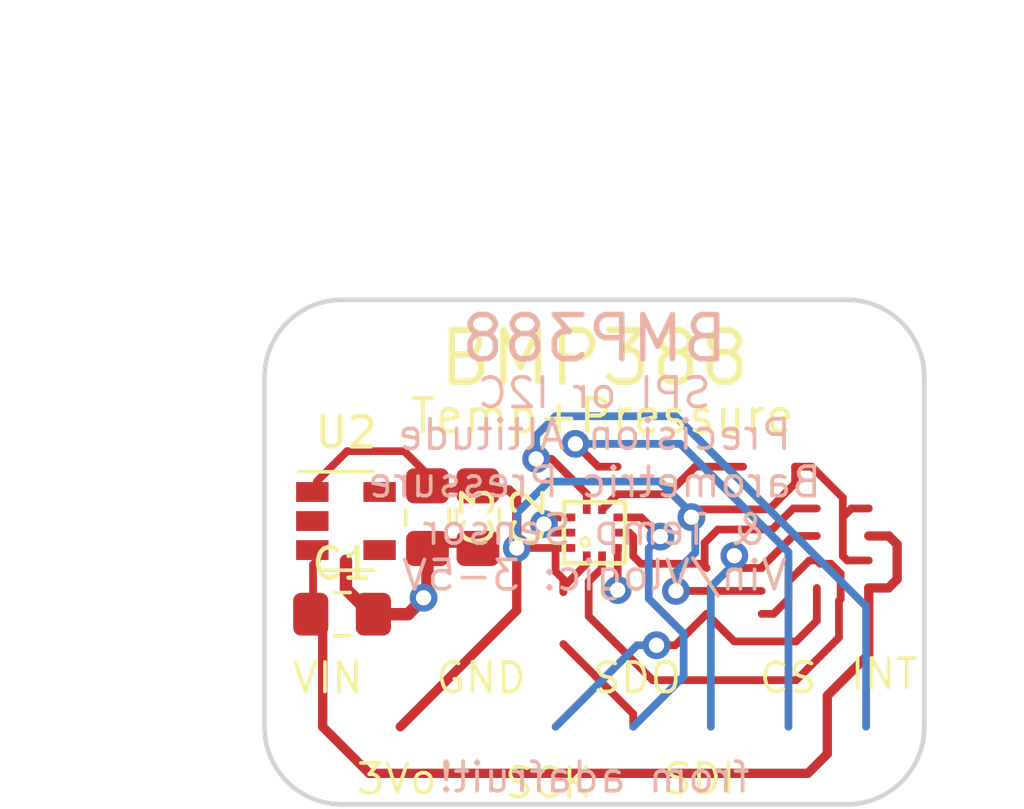
<source format=kicad_pcb>
(kicad_pcb (version 20171130) (host pcbnew 5.0.2-bee76a0~70~ubuntu18.04.1)

  (general
    (thickness 1.6)
    (drawings 28)
    (tracks 166)
    (zones 0)
    (modules 5)
    (nets 9)
  )

  (page A4)
  (layers
    (0 Top signal)
    (31 Bottom signal)
    (32 B.Adhes user)
    (33 F.Adhes user)
    (34 B.Paste user)
    (35 F.Paste user)
    (36 B.SilkS user)
    (37 F.SilkS user)
    (38 B.Mask user)
    (39 F.Mask user)
    (40 Dwgs.User user)
    (41 Cmts.User user)
    (42 Eco1.User user)
    (43 Eco2.User user)
    (44 Edge.Cuts user)
    (45 Margin user)
    (46 B.CrtYd user)
    (47 F.CrtYd user)
    (48 B.Fab user)
    (49 F.Fab user)
  )

  (setup
    (last_trace_width 0.25)
    (trace_clearance 0.2)
    (zone_clearance 0.508)
    (zone_45_only no)
    (trace_min 0.2)
    (segment_width 0.2)
    (edge_width 0.15)
    (via_size 0.8)
    (via_drill 0.4)
    (via_min_size 0.4)
    (via_min_drill 0.3)
    (uvia_size 0.3)
    (uvia_drill 0.1)
    (uvias_allowed no)
    (uvia_min_size 0.2)
    (uvia_min_drill 0.1)
    (pcb_text_width 0.3)
    (pcb_text_size 1.5 1.5)
    (mod_edge_width 0.15)
    (mod_text_size 1 1)
    (mod_text_width 0.15)
    (pad_size 1.524 1.524)
    (pad_drill 0.762)
    (pad_to_mask_clearance 0.051)
    (solder_mask_min_width 0.25)
    (aux_axis_origin 0 0)
    (visible_elements FFFFFF7F)
    (pcbplotparams
      (layerselection 0x010fc_ffffffff)
      (usegerberextensions false)
      (usegerberattributes false)
      (usegerberadvancedattributes false)
      (creategerberjobfile false)
      (excludeedgelayer true)
      (linewidth 0.100000)
      (plotframeref false)
      (viasonmask false)
      (mode 1)
      (useauxorigin false)
      (hpglpennumber 1)
      (hpglpenspeed 20)
      (hpglpendiameter 15.000000)
      (psnegative false)
      (psa4output false)
      (plotreference true)
      (plotvalue true)
      (plotinvisibletext false)
      (padsonsilk false)
      (subtractmaskfromsilk false)
      (outputformat 1)
      (mirror false)
      (drillshape 1)
      (scaleselection 1)
      (outputdirectory ""))
  )

  (net 0 "")
  (net 1 GND)
  (net 2 3.3V)
  (net 3 VIN)
  (net 4 "Net-(U2-Pad4)")
  (net 5 /SDO/ADR)
  (net 6 /CS)
  (net 7 /SDI/SDA)
  (net 8 /SCK/SCL)

  (net_class Default "This is the default net class."
    (clearance 0.2)
    (trace_width 0.25)
    (via_dia 0.8)
    (via_drill 0.4)
    (uvia_dia 0.3)
    (uvia_drill 0.1)
    (add_net /CS)
    (add_net /SCK/SCL)
    (add_net /SDI/SDA)
    (add_net /SDO/ADR)
    (add_net 3.3V)
    (add_net GND)
    (add_net "Net-(U2-Pad4)")
    (add_net VIN)
  )

  (module "Adafruit BMP388:BMP388" (layer Top) (tedit 0) (tstamp 5CEB0FD9)
    (at 148.5011 104.3686 180)
    (path /7C8C299E06F92037)
    (fp_text reference IC1 (at 0 0 180) (layer F.SilkS) hide
      (effects (font (size 1.27 1.27) (thickness 0.15)) (justify right top))
    )
    (fp_text value BMP388 (at 0 0 180) (layer F.SilkS) hide
      (effects (font (size 1.27 1.27) (thickness 0.15)) (justify right top))
    )
    (fp_circle (center 0.3 -0.3) (end 0.441418 -0.3) (layer F.SilkS) (width 0.1016))
    (fp_line (start -1 1) (end -1 -1) (layer F.SilkS) (width 0.1524))
    (fp_line (start 1 1) (end -1 1) (layer F.SilkS) (width 0.1524))
    (fp_line (start 1 -1) (end 1 1) (layer F.SilkS) (width 0.1524))
    (fp_line (start -1 -1) (end 1 -1) (layer F.SilkS) (width 0.1524))
    (pad 1 smd rect (at 0.25 -0.75) (size 0.25 0.275) (layers Top F.Paste F.Mask)
      (net 2 3.3V) (solder_mask_margin 0.0508))
    (pad 2 smd rect (at -0.25 -0.75) (size 0.25 0.275) (layers Top F.Paste F.Mask)
      (solder_mask_margin 0.0508))
    (pad 5 smd rect (at -0.7625 0.5 270) (size 0.25 0.275) (layers Top F.Paste F.Mask)
      (solder_mask_margin 0.0508))
    (pad 4 smd rect (at -0.7625 0 270) (size 0.25 0.275) (layers Top F.Paste F.Mask)
      (solder_mask_margin 0.0508))
    (pad 3 smd rect (at -0.7625 -0.5 270) (size 0.25 0.275) (layers Top F.Paste F.Mask)
      (net 1 GND) (solder_mask_margin 0.0508))
    (pad 8 smd rect (at 0.7625 0.5 270) (size 0.25 0.275) (layers Top F.Paste F.Mask)
      (net 1 GND) (solder_mask_margin 0.0508))
    (pad 10 smd rect (at 0.7625 -0.5 270) (size 0.25 0.275) (layers Top F.Paste F.Mask)
      (net 2 3.3V) (solder_mask_margin 0.0508))
    (pad 9 smd rect (at 0.7625 0 270) (size 0.25 0.275) (layers Top F.Paste F.Mask)
      (net 1 GND) (solder_mask_margin 0.0508))
    (pad 7 smd rect (at 0.25 0.75) (size 0.25 0.275) (layers Top F.Paste F.Mask)
      (solder_mask_margin 0.0508))
    (pad 6 smd rect (at -0.25 0.75) (size 0.25 0.275) (layers Top F.Paste F.Mask)
      (net 2 3.3V) (solder_mask_margin 0.0508))
  )

  (module Capacitor_SMD:C_0805_2012Metric_Pad1.15x1.40mm_HandSolder (layer Top) (tedit 5B36C52B) (tstamp 5CF7FC30)
    (at 140.2461 107.0356)
    (descr "Capacitor SMD 0805 (2012 Metric), square (rectangular) end terminal, IPC_7351 nominal with elongated pad for handsoldering. (Body size source: https://docs.google.com/spreadsheets/d/1BsfQQcO9C6DZCsRaXUlFlo91Tg2WpOkGARC1WS5S8t0/edit?usp=sharing), generated with kicad-footprint-generator")
    (tags "capacitor handsolder")
    (path /23009AF2D1512118)
    (attr smd)
    (fp_text reference C1 (at 0 -1.65) (layer F.SilkS)
      (effects (font (size 1 1) (thickness 0.15)))
    )
    (fp_text value 10uF (at 0 1.65) (layer F.Fab)
      (effects (font (size 1 1) (thickness 0.15)))
    )
    (fp_text user %R (at 0 0) (layer F.Fab)
      (effects (font (size 0.5 0.5) (thickness 0.08)))
    )
    (fp_line (start 1.85 0.95) (end -1.85 0.95) (layer F.CrtYd) (width 0.05))
    (fp_line (start 1.85 -0.95) (end 1.85 0.95) (layer F.CrtYd) (width 0.05))
    (fp_line (start -1.85 -0.95) (end 1.85 -0.95) (layer F.CrtYd) (width 0.05))
    (fp_line (start -1.85 0.95) (end -1.85 -0.95) (layer F.CrtYd) (width 0.05))
    (fp_line (start -0.261252 0.71) (end 0.261252 0.71) (layer F.SilkS) (width 0.12))
    (fp_line (start -0.261252 -0.71) (end 0.261252 -0.71) (layer F.SilkS) (width 0.12))
    (fp_line (start 1 0.6) (end -1 0.6) (layer F.Fab) (width 0.1))
    (fp_line (start 1 -0.6) (end 1 0.6) (layer F.Fab) (width 0.1))
    (fp_line (start -1 -0.6) (end 1 -0.6) (layer F.Fab) (width 0.1))
    (fp_line (start -1 0.6) (end -1 -0.6) (layer F.Fab) (width 0.1))
    (pad 2 smd roundrect (at 1.025 0) (size 1.15 1.4) (layers Top F.Paste F.Mask) (roundrect_rratio 0.217391)
      (net 1 GND))
    (pad 1 smd roundrect (at -1.025 0) (size 1.15 1.4) (layers Top F.Paste F.Mask) (roundrect_rratio 0.217391)
      (net 3 VIN))
    (model ${KISYS3DMOD}/Capacitor_SMD.3dshapes/C_0805_2012Metric.wrl
      (at (xyz 0 0 0))
      (scale (xyz 1 1 1))
      (rotate (xyz 0 0 0))
    )
  )

  (module Capacitor_SMD:C_0805_2012Metric_Pad1.15x1.40mm_HandSolder (layer Top) (tedit 5B36C52B) (tstamp 5CF7FC40)
    (at 144.6911 103.8606 270)
    (descr "Capacitor SMD 0805 (2012 Metric), square (rectangular) end terminal, IPC_7351 nominal with elongated pad for handsoldering. (Body size source: https://docs.google.com/spreadsheets/d/1BsfQQcO9C6DZCsRaXUlFlo91Tg2WpOkGARC1WS5S8t0/edit?usp=sharing), generated with kicad-footprint-generator")
    (tags "capacitor handsolder")
    (path /4ED27554B94C3227)
    (attr smd)
    (fp_text reference C2 (at 0 -1.65 270) (layer F.SilkS)
      (effects (font (size 1 1) (thickness 0.15)))
    )
    (fp_text value 0.1uF (at 0 1.65 270) (layer F.Fab)
      (effects (font (size 1 1) (thickness 0.15)))
    )
    (fp_line (start -1 0.6) (end -1 -0.6) (layer F.Fab) (width 0.1))
    (fp_line (start -1 -0.6) (end 1 -0.6) (layer F.Fab) (width 0.1))
    (fp_line (start 1 -0.6) (end 1 0.6) (layer F.Fab) (width 0.1))
    (fp_line (start 1 0.6) (end -1 0.6) (layer F.Fab) (width 0.1))
    (fp_line (start -0.261252 -0.71) (end 0.261252 -0.71) (layer F.SilkS) (width 0.12))
    (fp_line (start -0.261252 0.71) (end 0.261252 0.71) (layer F.SilkS) (width 0.12))
    (fp_line (start -1.85 0.95) (end -1.85 -0.95) (layer F.CrtYd) (width 0.05))
    (fp_line (start -1.85 -0.95) (end 1.85 -0.95) (layer F.CrtYd) (width 0.05))
    (fp_line (start 1.85 -0.95) (end 1.85 0.95) (layer F.CrtYd) (width 0.05))
    (fp_line (start 1.85 0.95) (end -1.85 0.95) (layer F.CrtYd) (width 0.05))
    (fp_text user %R (at 0 0 270) (layer F.Fab)
      (effects (font (size 0.5 0.5) (thickness 0.08)))
    )
    (pad 1 smd roundrect (at -1.025 0 270) (size 1.15 1.4) (layers Top F.Paste F.Mask) (roundrect_rratio 0.217391)
      (net 2 3.3V))
    (pad 2 smd roundrect (at 1.025 0 270) (size 1.15 1.4) (layers Top F.Paste F.Mask) (roundrect_rratio 0.217391)
      (net 1 GND))
    (model ${KISYS3DMOD}/Capacitor_SMD.3dshapes/C_0805_2012Metric.wrl
      (at (xyz 0 0 0))
      (scale (xyz 1 1 1))
      (rotate (xyz 0 0 0))
    )
  )

  (module Capacitor_SMD:C_0805_2012Metric_Pad1.15x1.40mm_HandSolder (layer Top) (tedit 5B36C52B) (tstamp 5CF7FC50)
    (at 143.0401 103.8606 270)
    (descr "Capacitor SMD 0805 (2012 Metric), square (rectangular) end terminal, IPC_7351 nominal with elongated pad for handsoldering. (Body size source: https://docs.google.com/spreadsheets/d/1BsfQQcO9C6DZCsRaXUlFlo91Tg2WpOkGARC1WS5S8t0/edit?usp=sharing), generated with kicad-footprint-generator")
    (tags "capacitor handsolder")
    (path /BCDE55D9FA3B87C3)
    (attr smd)
    (fp_text reference C3 (at 0 -1.65 270) (layer F.SilkS)
      (effects (font (size 1 1) (thickness 0.15)))
    )
    (fp_text value 10uF (at 0 1.65 270) (layer F.Fab)
      (effects (font (size 1 1) (thickness 0.15)))
    )
    (fp_line (start -1 0.6) (end -1 -0.6) (layer F.Fab) (width 0.1))
    (fp_line (start -1 -0.6) (end 1 -0.6) (layer F.Fab) (width 0.1))
    (fp_line (start 1 -0.6) (end 1 0.6) (layer F.Fab) (width 0.1))
    (fp_line (start 1 0.6) (end -1 0.6) (layer F.Fab) (width 0.1))
    (fp_line (start -0.261252 -0.71) (end 0.261252 -0.71) (layer F.SilkS) (width 0.12))
    (fp_line (start -0.261252 0.71) (end 0.261252 0.71) (layer F.SilkS) (width 0.12))
    (fp_line (start -1.85 0.95) (end -1.85 -0.95) (layer F.CrtYd) (width 0.05))
    (fp_line (start -1.85 -0.95) (end 1.85 -0.95) (layer F.CrtYd) (width 0.05))
    (fp_line (start 1.85 -0.95) (end 1.85 0.95) (layer F.CrtYd) (width 0.05))
    (fp_line (start 1.85 0.95) (end -1.85 0.95) (layer F.CrtYd) (width 0.05))
    (fp_text user %R (at 0 0 270) (layer F.Fab)
      (effects (font (size 0.5 0.5) (thickness 0.08)))
    )
    (pad 1 smd roundrect (at -1.025 0 270) (size 1.15 1.4) (layers Top F.Paste F.Mask) (roundrect_rratio 0.217391)
      (net 2 3.3V))
    (pad 2 smd roundrect (at 1.025 0 270) (size 1.15 1.4) (layers Top F.Paste F.Mask) (roundrect_rratio 0.217391)
      (net 1 GND))
    (model ${KISYS3DMOD}/Capacitor_SMD.3dshapes/C_0805_2012Metric.wrl
      (at (xyz 0 0 0))
      (scale (xyz 1 1 1))
      (rotate (xyz 0 0 0))
    )
  )

  (module Package_TO_SOT_SMD:SOT-23-5 (layer Top) (tedit 5A02FF57) (tstamp 5CF7FC60)
    (at 140.3731 103.9876)
    (descr "5-pin SOT23 package")
    (tags SOT-23-5)
    (path /8DB0DD7560D488E9)
    (attr smd)
    (fp_text reference U2 (at 0 -2.9) (layer F.SilkS)
      (effects (font (size 1 1) (thickness 0.15)))
    )
    (fp_text value MIC5225-3.3 (at 0 2.9) (layer F.Fab)
      (effects (font (size 1 1) (thickness 0.15)))
    )
    (fp_text user %R (at 0 0 90) (layer F.Fab)
      (effects (font (size 0.5 0.5) (thickness 0.075)))
    )
    (fp_line (start -0.9 1.61) (end 0.9 1.61) (layer F.SilkS) (width 0.12))
    (fp_line (start 0.9 -1.61) (end -1.55 -1.61) (layer F.SilkS) (width 0.12))
    (fp_line (start -1.9 -1.8) (end 1.9 -1.8) (layer F.CrtYd) (width 0.05))
    (fp_line (start 1.9 -1.8) (end 1.9 1.8) (layer F.CrtYd) (width 0.05))
    (fp_line (start 1.9 1.8) (end -1.9 1.8) (layer F.CrtYd) (width 0.05))
    (fp_line (start -1.9 1.8) (end -1.9 -1.8) (layer F.CrtYd) (width 0.05))
    (fp_line (start -0.9 -0.9) (end -0.25 -1.55) (layer F.Fab) (width 0.1))
    (fp_line (start 0.9 -1.55) (end -0.25 -1.55) (layer F.Fab) (width 0.1))
    (fp_line (start -0.9 -0.9) (end -0.9 1.55) (layer F.Fab) (width 0.1))
    (fp_line (start 0.9 1.55) (end -0.9 1.55) (layer F.Fab) (width 0.1))
    (fp_line (start 0.9 -1.55) (end 0.9 1.55) (layer F.Fab) (width 0.1))
    (pad 1 smd rect (at -1.1 -0.95) (size 1.06 0.65) (layers Top F.Paste F.Mask)
      (net 3 VIN))
    (pad 2 smd rect (at -1.1 0) (size 1.06 0.65) (layers Top F.Paste F.Mask)
      (net 1 GND))
    (pad 3 smd rect (at -1.1 0.95) (size 1.06 0.65) (layers Top F.Paste F.Mask)
      (net 3 VIN))
    (pad 4 smd rect (at 1.1 0.95) (size 1.06 0.65) (layers Top F.Paste F.Mask)
      (net 4 "Net-(U2-Pad4)"))
    (pad 5 smd rect (at 1.1 -0.95) (size 1.06 0.65) (layers Top F.Paste F.Mask)
      (net 2 3.3V))
    (model ${KISYS3DMOD}/Package_TO_SOT_SMD.3dshapes/SOT-23-5.wrl
      (at (xyz 0 0 0))
      (scale (xyz 1 1 1))
      (rotate (xyz 0 0 0))
    )
  )

  (gr_line (start 140.2461 96.7486) (end 156.7561 96.7486) (layer Edge.Cuts) (width 0.15) (tstamp 55B9C9399870))
  (gr_arc (start 156.7561 99.2886) (end 156.7561 96.7486) (angle 90) (layer Edge.Cuts) (width 0.15) (tstamp 55B9C9382AA0))
  (gr_line (start 159.2961 99.2886) (end 159.2961 110.7186) (layer Edge.Cuts) (width 0.15) (tstamp 55B9C9382FC0))
  (gr_arc (start 156.7561 110.7186) (end 159.2961 110.7186) (angle 90) (layer Edge.Cuts) (width 0.15) (tstamp 55B9C9383440))
  (gr_line (start 156.7561 113.2586) (end 140.2461 113.2586) (layer Edge.Cuts) (width 0.15) (tstamp 55B9C9383940))
  (gr_arc (start 140.2461 110.7186) (end 140.2461 113.2586) (angle 90) (layer Edge.Cuts) (width 0.15) (tstamp 55B9C928AAC0))
  (gr_line (start 137.7061 110.7186) (end 137.7061 99.2886) (layer Edge.Cuts) (width 0.15) (tstamp 55B9C928AFA0))
  (gr_arc (start 140.2461 99.2886) (end 137.7061 99.2886) (angle 90) (layer Edge.Cuts) (width 0.15) (tstamp 55B9C928B3E0))
  (gr_text BMP388 (at 148.5011 98.6536) (layer F.SilkS) (tstamp 55B9C928BA30)
    (effects (font (size 1.6891 1.6891) (thickness 0.21336)))
  )
  (gr_text "Precision Altitude\nBarometric Pressure\n& Temp Sensor" (at 148.5011 102.7176) (layer B.SilkS) (tstamp 55B9C8CEBDE0)
    (effects (font (size 0.9652 0.9652) (thickness 0.12192)) (justify mirror))
  )
  (gr_text "Vin/Vlogic: 3-5V" (at 148.5011 105.7656) (layer B.SilkS) (tstamp 55B9C8CEC670)
    (effects (font (size 0.9652 0.9652) (thickness 0.12192)) (justify mirror))
  )
  (gr_text "from adafruit!" (at 148.5011 112.3696) (layer B.SilkS) (tstamp 55B9C906ED20)
    (effects (font (size 0.9652 0.9652) (thickness 0.12192)) (justify mirror))
  )
  (gr_text VIN (at 141.0081 108.5596) (layer F.SilkS) (tstamp 55B9C906F460)
    (effects (font (size 0.9652 0.9652) (thickness 0.12192)) (justify right top))
  )
  (gr_text 3Vo (at 143.4211 111.8616) (layer F.SilkS) (tstamp 55B9C906FA90)
    (effects (font (size 0.9652 0.9652) (thickness 0.12192)) (justify right top))
  )
  (gr_text GND (at 146.3421 108.5596) (layer F.SilkS) (tstamp 55B9C934B770)
    (effects (font (size 0.9652 0.9652) (thickness 0.12192)) (justify right top))
  )
  (gr_text SCK (at 148.5011 111.9886) (layer F.SilkS) (tstamp 55B9C934BDA0)
    (effects (font (size 0.9652 0.9652) (thickness 0.12192)) (justify right top))
  )
  (gr_text SDO (at 151.4221 108.5596) (layer F.SilkS) (tstamp 55B9C934C3E0)
    (effects (font (size 0.9652 0.9652) (thickness 0.12192)) (justify right top))
  )
  (gr_text SDI (at 153.2001 111.8616) (layer F.SilkS) (tstamp 55B9C930C370)
    (effects (font (size 0.9652 0.9652) (thickness 0.12192)) (justify right top))
  )
  (gr_text CS (at 155.8671 108.5596) (layer F.SilkS) (tstamp 55B9C930C9B0)
    (effects (font (size 0.9652 0.9652) (thickness 0.12192)) (justify right top))
  )
  (gr_text "SPI or I2C" (at 148.5011 99.7966) (layer B.SilkS) (tstamp 55B9C930CFF0)
    (effects (font (size 0.9652 0.9652) (thickness 0.12192)) (justify mirror))
  )
  (gr_text BMP388 (at 148.5011 98.0186) (layer B.SilkS) (tstamp 55B9C909F2F0)
    (effects (font (size 1.4478 1.4478) (thickness 0.18288)) (justify mirror))
  )
  (dimension 12.7 (width 0.3) (layer Dwgs.User)
    (gr_text "12.700 mm" (at 146.5961 91.3466) (layer Dwgs.User)
      (effects (font (size 1.5 1.5) (thickness 0.3)))
    )
    (feature1 (pts (xy 152.9461 96.7486) (xy 152.9461 92.860179)))
    (feature2 (pts (xy 140.2461 96.7486) (xy 140.2461 92.860179)))
    (crossbar (pts (xy 140.2461 93.4466) (xy 152.9461 93.4466)))
    (arrow1a (pts (xy 152.9461 93.4466) (xy 151.819596 94.033021)))
    (arrow1b (pts (xy 152.9461 93.4466) (xy 151.819596 92.860179)))
    (arrow2a (pts (xy 140.2461 93.4466) (xy 141.372604 94.033021)))
    (arrow2b (pts (xy 140.2461 93.4466) (xy 141.372604 92.860179)))
  )
  (dimension 17.78 (width 0.3) (layer Dwgs.User)
    (gr_text "17.780 mm" (at 146.5961 88.0446) (layer Dwgs.User)
      (effects (font (size 1.5 1.5) (thickness 0.3)))
    )
    (feature1 (pts (xy 155.4861 99.0346) (xy 155.4861 89.558179)))
    (feature2 (pts (xy 137.7061 99.0346) (xy 137.7061 89.558179)))
    (crossbar (pts (xy 137.7061 90.1446) (xy 155.4861 90.1446)))
    (arrow1a (pts (xy 155.4861 90.1446) (xy 154.359596 90.731021)))
    (arrow1b (pts (xy 155.4861 90.1446) (xy 154.359596 89.558179)))
    (arrow2a (pts (xy 137.7061 90.1446) (xy 138.832604 90.731021)))
    (arrow2b (pts (xy 137.7061 90.1446) (xy 138.832604 89.558179)))
  )
  (dimension 16.51 (width 0.3) (layer Dwgs.User)
    (gr_text "16.510 mm" (at 160.6341 105.0036 90) (layer Dwgs.User)
      (effects (font (size 1.5 1.5) (thickness 0.3)))
    )
    (feature1 (pts (xy 151.0411 96.7486) (xy 159.120521 96.7486)))
    (feature2 (pts (xy 151.0411 113.2586) (xy 159.120521 113.2586)))
    (crossbar (pts (xy 158.5341 113.2586) (xy 158.5341 96.7486)))
    (arrow1a (pts (xy 158.5341 96.7486) (xy 159.120521 97.875104)))
    (arrow1b (pts (xy 158.5341 96.7486) (xy 157.947679 97.875104)))
    (arrow2a (pts (xy 158.5341 113.2586) (xy 159.120521 112.132096)))
    (arrow2b (pts (xy 158.5341 113.2586) (xy 157.947679 112.132096)))
  )
  (dimension 2.54 (width 0.3) (layer Dwgs.User)
    (gr_text "2.540 mm" (at 134.5901 111.9886 90) (layer Dwgs.User)
      (effects (font (size 1.5 1.5) (thickness 0.3)))
    )
    (feature1 (pts (xy 146.5961 110.7186) (xy 136.103679 110.7186)))
    (feature2 (pts (xy 146.5961 113.2586) (xy 136.103679 113.2586)))
    (crossbar (pts (xy 136.6901 113.2586) (xy 136.6901 110.7186)))
    (arrow1a (pts (xy 136.6901 110.7186) (xy 137.276521 111.845104)))
    (arrow1b (pts (xy 136.6901 110.7186) (xy 136.103679 111.845104)))
    (arrow2a (pts (xy 136.6901 113.2586) (xy 137.276521 112.132096)))
    (arrow2b (pts (xy 136.6901 113.2586) (xy 136.103679 112.132096)))
  )
  (dimension 2.286 (width 0.3) (layer Dwgs.User)
    (gr_text "2.286 mm" (at 134.5901 99.2886 90) (layer Dwgs.User)
      (effects (font (size 1.5 1.5) (thickness 0.3)))
    )
    (feature1 (pts (xy 140.2461 98.1456) (xy 136.103679 98.1456)))
    (feature2 (pts (xy 140.2461 100.4316) (xy 136.103679 100.4316)))
    (crossbar (pts (xy 136.6901 100.4316) (xy 136.6901 98.1456)))
    (arrow1a (pts (xy 136.6901 98.1456) (xy 137.276521 99.272104)))
    (arrow1b (pts (xy 136.6901 98.1456) (xy 136.103679 99.272104)))
    (arrow2a (pts (xy 136.6901 100.4316) (xy 137.276521 99.305096)))
    (arrow2b (pts (xy 136.6901 100.4316) (xy 136.103679 99.305096)))
  )
  (gr_text Temp+Pressure (at 148.7551 100.5586) (layer F.SilkS) (tstamp 55B9C9107550)
    (effects (font (size 1.08585 1.08585) (thickness 0.13716)))
  )
  (gr_text INT (at 159.1691 108.4326) (layer F.SilkS) (tstamp 55B9C9107C00)
    (effects (font (size 0.9652 0.9652) (thickness 0.12192)) (justify right top))
  )

  (via (at 146.8501 104.0852) (size 0.9064) (drill 0.5) (layers Top Bottom) (net 1) (tstamp 55B9C8A8A800))
  (segment (start 147.7386 103.8686) (end 147.0667 103.8686) (width 0.254) (layer Top) (net 1) (tstamp 55B9C8A8ABC0) (status 10))
  (segment (start 147.0667 103.8686) (end 146.8501 104.0852) (width 0.254) (layer Top) (net 1) (tstamp 55B9C8A8B0B0))
  (segment (start 147.7386 104.3686) (end 147.1335 104.3686) (width 0.254) (layer Top) (net 1) (tstamp 55B9C8A8B570) (status 10))
  (segment (start 147.1335 104.3686) (end 146.8501 104.0852) (width 0.254) (layer Top) (net 1) (tstamp 55B9C8A8BA30))
  (via (at 149.2631 106.2442) (size 0.9064) (drill 0.5) (layers Top Bottom) (net 1) (tstamp 55B9C8A8BEF0))
  (segment (start 149.2636 104.8686) (end 149.2636 106.2437) (width 0.254) (layer Top) (net 1) (tstamp 55B9C8A8C230) (status 10))
  (segment (start 149.2636 106.2437) (end 149.2631 106.2442) (width 0.254) (layer Top) (net 1) (tstamp 55B9C8A8C730))
  (segment (start 140.3731 105.2877) (end 140.3731 106.2126) (width 0.4064) (layer Top) (net 1) (tstamp 55B9C8A8CC10))
  (segment (start 140.3731 106.2126) (end 141.1961 107.0356) (width 0.4064) (layer Top) (net 1) (tstamp 55B9C8A8D0A0) (status 20))
  (segment (start 141.1961 107.0356) (end 142.4051 107.0356) (width 0.4064) (layer Top) (net 1) (tstamp 55B9C8A8D550) (status 10))
  (via (at 142.9131 106.4982) (size 0.9064) (drill 0.5) (layers Top Bottom) (net 1) (tstamp 55B9C8A8DA00))
  (segment (start 142.4051 107.0356) (end 142.9131 106.5276) (width 0.4064) (layer Top) (net 1) (tstamp 55B9C8A8DF40))
  (segment (start 142.9131 106.5276) (end 142.9131 106.4982) (width 0.4064) (layer Top) (net 1) (tstamp 55B9C8A8E420))
  (segment (start 143.0401 104.8106) (end 143.0401 106.4006) (width 0.4064) (layer Top) (net 1) (tstamp 55B9C8A8E8E0) (status 10))
  (segment (start 143.0401 106.4006) (end 142.9131 106.5276) (width 0.4064) (layer Top) (net 1) (tstamp 55B9C8A8ED90))
  (segment (start 144.6911 104.7106) (end 143.1401 104.7106) (width 0.3048) (layer Top) (net 1) (tstamp 55B9C8A8F240) (status 30))
  (segment (start 143.1401 104.7106) (end 143.0401 104.8106) (width 0.3048) (layer Top) (net 1) (tstamp 55B9C8A8F6F0) (status 30))
  (segment (start 155.0081 103.5766) (end 155.7791 103.5766) (width 0.254) (layer Top) (net 0) (tstamp 55B9C8A90340))
  (segment (start 155.0081 103.5766) (end 154.3201 104.2646) (width 0.254) (layer Top) (net 0) (tstamp 55B9C8A90860))
  (segment (start 154.3201 104.2646) (end 152.5421 104.2646) (width 0.254) (layer Top) (net 0) (tstamp 55B9C8A90D20))
  (segment (start 152.0341 105.3846) (end 152.1091 105.4596) (width 0.254) (layer Top) (net 0) (tstamp 55B9C8A911E0))
  (segment (start 152.1091 105.4596) (end 152.1731 105.5236) (width 0.254) (layer Top) (net 0) (tstamp 55B9C8A916A0))
  (segment (start 149.7716 105.1311) (end 150.0251 105.3846) (width 0.254) (layer Top) (net 0) (tstamp 55B9C8A91B60))
  (segment (start 150.0251 105.3846) (end 152.0341 105.3846) (width 0.254) (layer Top) (net 0) (tstamp 55B9C8A92030))
  (segment (start 152.5421 104.2646) (end 152.1091 104.6976) (width 0.254) (layer Top) (net 0) (tstamp 55B9C8A924F0))
  (segment (start 152.1091 104.6976) (end 152.1091 105.4596) (width 0.254) (layer Top) (net 0) (tstamp 55B9C8A929B0))
  (segment (start 149.7716 104.4956) (end 149.7716 105.1311) (width 0.254) (layer Top) (net 0) (tstamp 55B9C8A92E70))
  (segment (start 149.6446 104.3686) (end 149.7716 104.4956) (width 0.254) (layer Top) (net 0) (tstamp 55B9C8A93340))
  (segment (start 149.2636 104.3686) (end 149.6446 104.3686) (width 0.254) (layer Top) (net 0) (tstamp 55B9C8A93800) (status 10))
  (segment (start 155.7791 105.2766) (end 155.8871 105.3846) (width 0.254) (layer Top) (net 0) (tstamp 55B9C8A94430))
  (segment (start 155.8871 105.3846) (end 156.236518 105.3846) (width 0.254) (layer Top) (net 0) (tstamp 55B9C8A94950))
  (segment (start 156.559296 106.538375) (end 156.502093 106.595575) (width 0.254) (layer Top) (net 0) (tstamp 55B9C8A94E20))
  (segment (start 156.502093 106.595575) (end 156.502093 107.797607) (width 0.254) (layer Top) (net 0) (tstamp 55B9C8A95320))
  (segment (start 156.236518 105.3846) (end 156.5593 105.707382) (width 0.254) (layer Top) (net 0) (tstamp 55B9C8A95830))
  (segment (start 156.502093 107.797607) (end 155.1051 109.1946) (width 0.254) (layer Top) (net 0) (tstamp 55B9C8A95D20))
  (segment (start 155.1051 109.1946) (end 150.4061 109.1946) (width 0.254) (layer Top) (net 0) (tstamp 55B9C8A96210))
  (segment (start 148.3153 107.1038) (end 150.4061 109.1946) (width 0.254) (layer Top) (net 0) (tstamp 55B9C8A966C0))
  (segment (start 154.8511 105.962625) (end 155.537125 105.2766) (width 0.254) (layer Top) (net 0) (tstamp 55B9C8A96B80))
  (segment (start 154.8511 105.962625) (end 154.8511 106.5386) (width 0.254) (layer Top) (net 0) (tstamp 55B9C8A97050))
  (segment (start 155.537125 105.2766) (end 155.7791 105.2766) (width 0.254) (layer Top) (net 0) (tstamp 55B9C8A97520))
  (segment (start 156.5593 105.707382) (end 156.5593 106.538369) (width 0.254) (layer Top) (net 0) (tstamp 55B9C8A979E0))
  (segment (start 156.5593 106.538369) (end 156.559296 106.538375) (width 0.254) (layer Top) (net 0) (tstamp 55B9C8A97EE0))
  (segment (start 154.8511 106.5386) (end 154.3661 107.0236) (width 0.254) (layer Top) (net 0) (tstamp 55B9C8A98480))
  (segment (start 154.3661 107.0236) (end 153.9731 107.0236) (width 0.254) (layer Top) (net 0) (tstamp 55B9C8A98930))
  (segment (start 148.7511 105.1186) (end 148.7511 105.527182) (width 0.254) (layer Top) (net 0) (tstamp 55B9C8A98DE0) (status 10))
  (segment (start 148.3153 105.962982) (end 148.3153 107.1038) (width 0.254) (layer Top) (net 0) (tstamp 55B9C8A992C0))
  (segment (start 148.7511 105.527182) (end 148.3153 105.962982) (width 0.254) (layer Top) (net 0) (tstamp 55B9C8A997B0))
  (segment (start 150.9021 103.1106) (end 151.8031 102.2096) (width 0.254) (layer Top) (net 2) (tstamp 55B9C8A9A410))
  (segment (start 151.8031 102.2096) (end 153.3661 102.2096) (width 0.254) (layer Top) (net 2) (tstamp 55B9C8A9A950))
  (segment (start 149.2591 103.1106) (end 150.9021 103.1106) (width 0.254) (layer Top) (net 2) (tstamp 55B9C8A9AE20))
  (segment (start 148.7511 103.6186) (end 149.2591 103.1106) (width 0.254) (layer Top) (net 2) (tstamp 55B9C8A9B300) (status 10))
  (segment (start 139.4231 102.6875) (end 140.409 101.7016) (width 0.254) (layer Top) (net 2) (tstamp 55B9C8A9CFB0))
  (segment (start 140.409 101.7016) (end 142.2781 101.7016) (width 0.254) (layer Top) (net 2) (tstamp 55B9C8A9D4E0))
  (segment (start 142.2781 101.7016) (end 143.0401 102.4636) (width 0.254) (layer Top) (net 2) (tstamp 55B9C8A9D9B0) (status 20))
  (segment (start 143.0401 102.4636) (end 143.0401 103.0986) (width 0.254) (layer Top) (net 2) (tstamp 55B9C8A9DE70) (status 30))
  (segment (start 143.0401 102.9106) (end 143.0401 103.0986) (width 0.254) (layer Top) (net 2) (tstamp 55B9C8A9E320) (status 30))
  (segment (start 147.7386 104.8686) (end 147.2311 104.8686) (width 0.254) (layer Top) (net 2) (tstamp 55B9C8A9E7D0) (status 10))
  (segment (start 147.2311 104.8686) (end 147.2311 105.6386) (width 0.254) (layer Top) (net 2) (tstamp 55B9C8A9EC80))
  (segment (start 153.9731 106.2736) (end 152.1731 106.2736) (width 0.254) (layer Top) (net 2) (tstamp 55B9C8A9F120))
  (segment (start 157.4791 105.2766) (end 156.7751 105.2766) (width 0.254) (layer Top) (net 2) (tstamp 55B9C8A9F5E0))
  (segment (start 156.7751 105.2766) (end 156.6291 105.1306) (width 0.254) (layer Top) (net 2) (tstamp 55B9C8A9FAA0))
  (segment (start 156.6291 105.1306) (end 156.6291 103.8606) (width 0.254) (layer Top) (net 2) (tstamp 55B9C8A9FF60))
  (segment (start 156.6291 103.8606) (end 156.9131 103.5766) (width 0.254) (layer Top) (net 2) (tstamp 55B9C8AA0420))
  (segment (start 156.9131 103.5766) (end 157.4791 103.5766) (width 0.254) (layer Top) (net 2) (tstamp 55B9C8AA08E0))
  (segment (start 152.1731 106.2736) (end 151.1681 106.2736) (width 0.254) (layer Top) (net 2) (tstamp 55B9C8AA0DA0))
  (via (at 151.1681 106.2736) (size 0.9064) (drill 0.5) (layers Top Bottom) (net 2) (tstamp 55B9C8AA1260))
  (segment (start 151.1681 106.2736) (end 151.1681 105.652) (width 0.254) (layer Bottom) (net 2) (tstamp 55B9C8AA1590))
  (via (at 151.6761 103.8606) (size 0.9064) (drill 0.5) (layers Top Bottom) (net 2) (tstamp 55B9C8AA1A90))
  (segment (start 151.6761 103.747) (end 151.8165 103.6066) (width 0.254) (layer Top) (net 2) (tstamp 55B9C8AA1DB0))
  (segment (start 151.8165 103.6066) (end 154.2161 103.6066) (width 0.254) (layer Top) (net 2) (tstamp 55B9C8AA22A0))
  (segment (start 154.2161 103.6066) (end 155.0661 102.7566) (width 0.254) (layer Top) (net 2) (tstamp 55B9C8AA2750))
  (segment (start 156.6291 103.2256) (end 155.6131 102.2096) (width 0.254) (layer Top) (net 2) (tstamp 55B9C8AA2C00))
  (segment (start 156.6291 103.2256) (end 156.6291 103.8606) (width 0.254) (layer Top) (net 2) (tstamp 55B9C8AA30E0))
  (via (at 145.9611 104.8686) (size 0.9064) (drill 0.5) (layers Top Bottom) (net 2) (tstamp 55B9C8AA35B0))
  (segment (start 145.9611 104.8686) (end 145.9611 103.7336) (width 0.254) (layer Bottom) (net 2) (tstamp 55B9C8AA38D0))
  (segment (start 146.9985 102.6962) (end 150.6387 102.6962) (width 0.254) (layer Bottom) (net 2) (tstamp 55B9C8AA3DA0))
  (segment (start 145.9611 103.7336) (end 146.9985 102.6962) (width 0.254) (layer Bottom) (net 2) (tstamp 55B9C8AA4280))
  (segment (start 150.6387 102.6962) (end 151.6761 103.7336) (width 0.254) (layer Bottom) (net 2) (tstamp 55B9C8AA4740))
  (segment (start 147.4851 106.1466) (end 147.4851 106.3126) (width 0.254) (layer Top) (net 2) (tstamp 55B9C8AA4C00))
  (segment (start 147.4851 106.1466) (end 148.25109 105.38061) (width 0.254) (layer Top) (net 2) (tstamp 55B9C8AA50A0))
  (segment (start 147.4851 105.8926) (end 147.4851 106.3126) (width 0.254) (layer Top) (net 2) (tstamp 55B9C8AA5580))
  (segment (start 147.2311 105.6386) (end 147.4851 105.8926) (width 0.254) (layer Top) (net 2) (tstamp 55B9C8AA5A20))
  (segment (start 148.25109 105.38061) (end 148.25109 105.118622) (width 0.254) (layer Top) (net 2) (tstamp 55B9C8AA5EC0) (status 20))
  (segment (start 148.25109 105.118622) (end 148.2511 105.1186) (width 0.254) (layer Top) (net 2) (tstamp 55B9C8AA63E0) (status 30))
  (segment (start 155.6131 102.2096) (end 155.0661 102.2096) (width 0.254) (layer Top) (net 2) (tstamp 55B9C8AA6970))
  (segment (start 155.0661 102.7566) (end 155.0661 102.2096) (width 0.254) (layer Top) (net 2) (tstamp 55B9C8AA6E40))
  (segment (start 151.6761 103.747) (end 151.6761 103.8606) (width 0.254) (layer Top) (net 2) (tstamp 55B9C8AA7300))
  (segment (start 151.8031 105.017) (end 151.8031 103.9876) (width 0.254) (layer Bottom) (net 2) (tstamp 55B9C8AA77B0))
  (segment (start 151.6761 103.7336) (end 151.6761 103.8606) (width 0.254) (layer Bottom) (net 2) (tstamp 55B9C8AA7C80))
  (segment (start 151.1681 105.652) (end 151.8031 105.017) (width 0.254) (layer Bottom) (net 2) (tstamp 55B9C8AA8120))
  (segment (start 151.8031 103.9876) (end 151.6761 103.8606) (width 0.254) (layer Bottom) (net 2) (tstamp 55B9C8AA8600))
  (segment (start 143.0401 102.9106) (end 144.5911 102.9106) (width 0.3048) (layer Top) (net 2) (tstamp 55B9C8AA8C90) (status 30))
  (segment (start 144.5911 102.9106) (end 144.6911 103.0106) (width 0.3048) (layer Top) (net 2) (tstamp 55B9C8AA9160) (status 30))
  (segment (start 145.9611 106.9086) (end 145.9611 106.2736) (width 0.3048) (layer Top) (net 2) (tstamp 55B9C8AA9630))
  (segment (start 145.9611 106.2736) (end 145.9611 104.8686) (width 0.3048) (layer Top) (net 2) (tstamp 55B9C8AA9AE0))
  (segment (start 142.1511 110.7186) (end 145.9611 106.9086) (width 0.3048) (layer Top) (net 2) (tstamp 55B9C8AA9F90))
  (segment (start 145.9611 104.8686) (end 145.9611 103.2256) (width 0.3048) (layer Top) (net 2) (tstamp 55B9C8AAA440))
  (segment (start 145.9611 103.2256) (end 145.7071 102.9716) (width 0.3048) (layer Top) (net 2) (tstamp 55B9C8AAA900))
  (segment (start 145.7071 102.9716) (end 144.6521 102.9716) (width 0.3048) (layer Top) (net 2) (tstamp 55B9C8AAADD0) (status 20))
  (segment (start 144.6521 102.9716) (end 144.5911 102.9106) (width 0.3048) (layer Top) (net 2) (tstamp 55B9C8AAB2A0) (status 30))
  (segment (start 147.2311 104.8686) (end 145.9611 104.8686) (width 0.254) (layer Top) (net 2) (tstamp 55B9C8AABC20))
  (segment (start 149.2636 103.8686) (end 150.033112 103.8686) (width 0.254) (layer Top) (net 0) (tstamp 55B9C8AAC860) (status 10))
  (via (at 150.6601 104.4956) (size 0.9064) (drill 0.5) (layers Top Bottom) (net 0) (tstamp 55B9C8AACD90))
  (segment (start 150.2791 104.8766) (end 150.2791 106.5276) (width 0.254) (layer Bottom) (net 0) (tstamp 55B9C8AAD0C0))
  (segment (start 150.2791 106.5276) (end 151.4221 107.6706) (width 0.254) (layer Bottom) (net 0) (tstamp 55B9C8AAD5B0))
  (segment (start 151.4221 107.6706) (end 151.4221 109.067597) (width 0.254) (layer Bottom) (net 0) (tstamp 55B9C8AADA70))
  (segment (start 151.4221 109.067597) (end 149.7711 110.7186) (width 0.254) (layer Bottom) (net 0) (tstamp 55B9C8AADF50))
  (segment (start 147.4851 108.0126) (end 149.7711 110.2986) (width 0.254) (layer Top) (net 5) (tstamp 55B9C8AAE430))
  (segment (start 149.7711 110.2986) (end 149.7711 110.7186) (width 0.254) (layer Top) (net 5) (tstamp 55B9C8AAE8E0))
  (segment (start 150.6601 104.4956) (end 150.2791 104.8766) (width 0.254) (layer Bottom) (net 0) (tstamp 55B9C8AAEDA0))
  (segment (start 150.033112 103.8686) (end 150.6601 104.495588) (width 0.254) (layer Top) (net 0) (tstamp 55B9C8AAF260))
  (segment (start 150.6601 104.495588) (end 150.6601 104.4956) (width 0.254) (layer Top) (net 0) (tstamp 55B9C8AAF740))
  (segment (start 155.7791 104.4766) (end 154.9971 104.4766) (width 0.254) (layer Top) (net 7) (tstamp 55B9C8AB0380))
  (segment (start 152.3111 110.7186) (end 152.3111 106.1444) (width 0.254) (layer Bottom) (net 7) (tstamp 55B9C8AB08A0))
  (via (at 153.0795 105.122) (size 0.9064) (drill 0.5) (layers Top Bottom) (net 7) (tstamp 55B9C8AB0D70))
  (segment (start 153.0795 105.376) (end 153.2271 105.5236) (width 0.254) (layer Top) (net 7) (tstamp 55B9C8AB10B0))
  (segment (start 153.0795 105.376) (end 153.0795 105.122) (width 0.254) (layer Top) (net 7) (tstamp 55B9C8AB15B0))
  (segment (start 152.3111 106.1444) (end 153.0795 105.376) (width 0.254) (layer Bottom) (net 7) (tstamp 55B9C8AB1A90))
  (segment (start 153.0795 105.376) (end 153.0795 105.122) (width 0.254) (layer Bottom) (net 7) (tstamp 55B9C8AB1F70))
  (segment (start 153.2271 105.5236) (end 153.9731 105.5236) (width 0.254) (layer Top) (net 7) (tstamp 55B9C8AB2450))
  (segment (start 154.9971 104.4766) (end 153.9731 105.5006) (width 0.254) (layer Top) (net 7) (tstamp 55B9C8AB2910))
  (segment (start 153.9731 105.5006) (end 153.9731 105.5236) (width 0.254) (layer Top) (net 7) (tstamp 55B9C8AB2DD0))
  (segment (start 153.0741 107.9246) (end 155.1051 107.9246) (width 0.254) (layer Top) (net 8) (tstamp 55B9C8AB3A00))
  (segment (start 152.1731 107.0236) (end 153.0741 107.9246) (width 0.254) (layer Top) (net 8) (tstamp 55B9C8AB3F20))
  (via (at 150.5331 108.0516) (size 0.9064) (drill 0.5) (layers Top Bottom) (net 8) (tstamp 55B9C8AB43E0))
  (segment (start 147.2311 110.7186) (end 149.8981 108.0516) (width 0.254) (layer Bottom) (net 8) (tstamp 55B9C8AB4710))
  (segment (start 149.8981 108.0516) (end 150.5331 108.0516) (width 0.254) (layer Bottom) (net 8) (tstamp 55B9C8AB4BF0))
  (segment (start 155.1051 107.9246) (end 155.7791 107.2506) (width 0.254) (layer Top) (net 8) (tstamp 55B9C8AB50B0))
  (segment (start 151.1451 108.0516) (end 150.5331 108.0516) (width 0.254) (layer Top) (net 8) (tstamp 55B9C8AB5570))
  (segment (start 152.1731 107.0236) (end 151.1451 108.0516) (width 0.254) (layer Top) (net 8) (tstamp 55B9C8AB5A30))
  (segment (start 155.7791 107.2506) (end 155.7791 106.1766) (width 0.254) (layer Top) (net 8) (tstamp 55B9C8AB5EF0))
  (segment (start 139.6111 110.7186) (end 139.6111 107.3506) (width 0.3048) (layer Top) (net 3) (tstamp 55B9C8AB7120) (status 20))
  (segment (start 139.6111 107.3506) (end 139.2961 107.0356) (width 0.254) (layer Top) (net 3) (tstamp 55B9C8AB7600) (status 30))
  (segment (start 139.2961 107.0356) (end 139.2961 105.4147) (width 0.254) (layer Top) (net 3) (tstamp 55B9C8AB7AD0) (status 10))
  (segment (start 139.2961 105.4147) (end 139.4231 105.2877) (width 0.254) (layer Top) (net 3) (tstamp 55B9C8B75190))
  (segment (start 157.4791 104.4766) (end 158.1341 104.4766) (width 0.3048) (layer Top) (net 3) (tstamp 55B9C8B76DF0))
  (segment (start 158.1341 104.4766) (end 158.4071 104.7496) (width 0.3048) (layer Top) (net 3) (tstamp 55B9C8B77290))
  (segment (start 158.1231 106.1766) (end 157.4791 106.1766) (width 0.3048) (layer Top) (net 3) (tstamp 55B9C8B77760))
  (segment (start 158.4071 104.7496) (end 158.4071 105.892594) (width 0.3048) (layer Top) (net 3) (tstamp 55B9C8B77C30))
  (segment (start 158.4071 105.892594) (end 158.1231 106.1766) (width 0.3048) (layer Top) (net 3) (tstamp 55B9C8B780E0))
  (segment (start 157.4791 106.1766) (end 157.4791 108.3446) (width 0.3048) (layer Top) (net 3) (tstamp 55B9C8B785D0))
  (segment (start 157.4791 108.3446) (end 156.1211 109.7026) (width 0.3048) (layer Top) (net 3) (tstamp 55B9C8B78AA0))
  (segment (start 156.1211 109.7026) (end 156.1211 111.6076) (width 0.3048) (layer Top) (net 3) (tstamp 55B9C8B78F70))
  (segment (start 156.1211 111.6076) (end 155.4861 112.2426) (width 0.3048) (layer Top) (net 3) (tstamp 55B9C8B79440))
  (segment (start 141.1351 112.2426) (end 139.6111 110.7186) (width 0.3048) (layer Top) (net 3) (tstamp 55B9C8B79900))
  (segment (start 155.4861 112.2426) (end 141.1351 112.2426) (width 0.3048) (layer Top) (net 3) (tstamp 55B9C8B79DB0))
  (segment (start 154.8511 110.7186) (end 154.8511 105.0036) (width 0.254) (layer Bottom) (net 6) (tstamp 55B9C8B7A7C0))
  (segment (start 148.6281 102.2096) (end 147.880456 101.461957) (width 0.254) (layer Top) (net 6) (tstamp 55B9C8B7ACE0))
  (via (at 147.880456 101.461957) (size 0.9064) (drill 0.5) (layers Top Bottom) (net 6) (tstamp 55B9C8B7B1E0))
  (segment (start 154.8511 105.0036) (end 151.309453 101.461957) (width 0.254) (layer Bottom) (net 6) (tstamp 55B9C8B7B540))
  (segment (start 151.309453 101.461957) (end 147.880456 101.461957) (width 0.254) (layer Bottom) (net 6) (tstamp 55B9C8B7BA60))
  (segment (start 149.2631 102.2096) (end 148.6281 102.2096) (width 0.254) (layer Top) (net 6) (tstamp 55B9C8B7BF80))
  (segment (start 148.2511 103.6186) (end 148.2511 103.1026) (width 0.254) (layer Top) (net 0) (tstamp 55B9C8B7C990) (status 10))
  (segment (start 148.2511 103.1026) (end 148.1201 102.9716) (width 0.254) (layer Top) (net 0) (tstamp 55B9C8B7CEC0))
  (segment (start 148.1201 102.9716) (end 147.1041 101.9556) (width 0.254) (layer Top) (net 0) (tstamp 55B9C8B7D3A0))
  (via (at 146.5961 101.9556) (size 0.9064) (drill 0.5) (layers Top Bottom) (net 0) (tstamp 55B9C8B7D870))
  (segment (start 157.3911 110.7186) (end 157.3911 106.7816) (width 0.254) (layer Bottom) (net 0) (tstamp 55B9C8B7DBA0))
  (segment (start 151.156518 100.5586) (end 147.2311 100.5586) (width 0.254) (layer Bottom) (net 0) (tstamp 55B9C8B7E090))
  (segment (start 152.934518 102.3366) (end 151.156518 100.5586) (width 0.254) (layer Bottom) (net 0) (tstamp 55B9C8B7E550))
  (segment (start 157.3911 106.7816) (end 153.3271 102.7176) (width 0.254) (layer Bottom) (net 0) (tstamp 55B9C8B7EA40))
  (segment (start 153.3271 102.7176) (end 152.9461 102.3366) (width 0.254) (layer Bottom) (net 0) (tstamp 55B9C8B7EF10))
  (segment (start 152.9461 102.3366) (end 152.934518 102.3366) (width 0.254) (layer Bottom) (net 0) (tstamp 55B9C8B7F3E0))
  (segment (start 147.1041 101.9556) (end 146.5961 101.9556) (width 0.254) (layer Top) (net 0) (tstamp 55B9C8B7F8C0))
  (segment (start 147.2311 100.5586) (end 146.5961 101.1936) (width 0.254) (layer Bottom) (net 0) (tstamp 55B9C8B7FD80))
  (segment (start 146.5961 101.1936) (end 146.5961 101.9556) (width 0.254) (layer Bottom) (net 0) (tstamp 55B9C8B80230))

  (zone (net 1) (net_name GND) (layer Bottom) (tstamp 55B9C8A88D00) (hatch edge 0.508)
    (priority 6)
    (connect_pads (clearance 0.254))
    (min_thickness 0.4064)
    (fill (arc_segments 32) (thermal_gap 0.4564) (thermal_bridge_width 0.4564))
    (polygon
      (pts
        (xy 137.7696 96.7486) (xy 159.2961 96.7486) (xy 159.311975 113.2586) (xy 137.7696 113.2586)
      )
    )
  )
)

</source>
